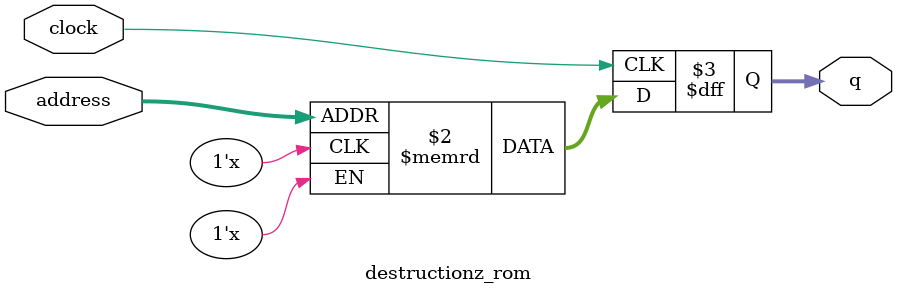
<source format=sv>
module destructionz_rom (
	input logic clock,
	input logic [10:0] address,
	output logic [1:0] q
);

logic [1:0] memory [0:1499] /* synthesis ram_init_file = "./destructionz/destructionz.mif" */;

always_ff @ (posedge clock) begin
	q <= memory[address];
end

endmodule

</source>
